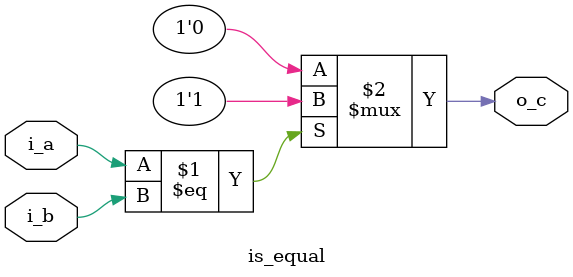
<source format=sv>

module is_equal #(parameter LENGTH=1)(
	//inputs
	input [LENGTH-1:0] i_a,
    input [LENGTH-1:0] i_b,
	//outputs
	output reg o_c
);

assign o_c = (i_a == i_b) ? 1'b1 : 1'b0;

endmodule
</source>
